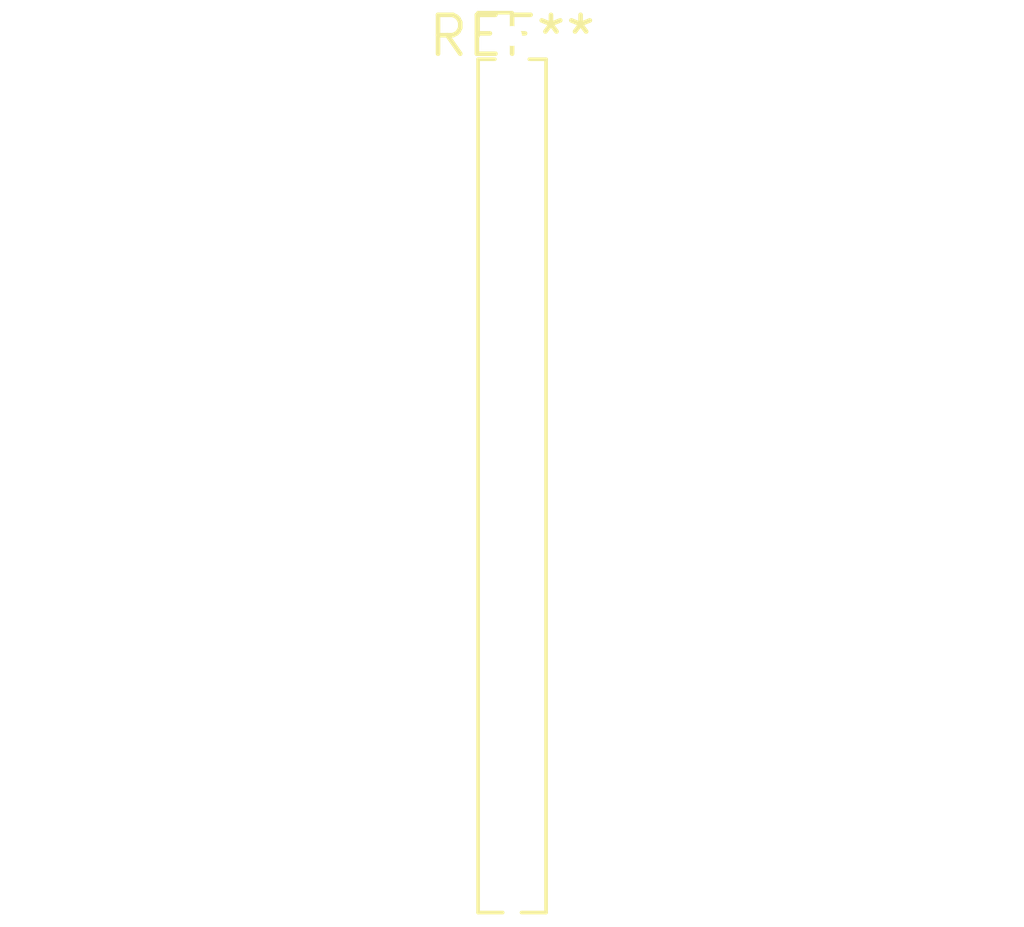
<source format=kicad_pcb>
(kicad_pcb (version 20240108) (generator pcbnew)
  (layers (0 "F.Cu" signal) (31 "B.Cu" signal) (34 "B.Paste" user) (35 "F.Paste" user) (36 "B.SilkS" user "B.Silkscreen") (37 "F.SilkS" user "F.Silkscreen") (38 "B.Mask" user) (39 "F.Mask" user) (44 "Edge.Cuts" user))
  (net 0 "")
  (footprint "PinHeader_1x23_P1.27mm_Vertical" (layer "F.Cu") (at 0 0)
    (property "Reference" "REF**")
    (property "Value" "PinHeader_1x23_P1.27mm_Vertical")
    (fp_line (start -1.11 -0.76) (end 0 -0.76) (layer "F.SilkS") (stroke (width 0.12)))
    (fp_line (start -1.11 0) (end -1.11 -0.76) (layer "F.SilkS") (stroke (width 0.12)))
    (fp_line (start -1.11 0.76) (end -1.11 28.635) (layer "F.SilkS") (stroke (width 0.12)))
    (fp_line (start -1.11 0.76) (end -0.563471 0.76) (layer "F.SilkS") (stroke (width 0.12)))
    (fp_line (start -1.11 28.635) (end -0.30753 28.635) (layer "F.SilkS") (stroke (width 0.12)))
    (fp_line (start 0.30753 28.635) (end 1.11 28.635) (layer "F.SilkS") (stroke (width 0.12)))
    (fp_line (start 0.563471 0.76) (end 1.11 0.76) (layer "F.SilkS") (stroke (width 0.12)))
    (fp_line (start 1.11 0.76) (end 1.11 28.635) (layer "F.SilkS") (stroke (width 0.12)))
    (pad "1" thru_hole rect (at 0 0) (size 1 1) (drill 0.65) (layers *.Cu *.Mask) (remove_unused_layers))
    (pad "2" thru_hole oval (at 0 1.27) (size 1 1) (drill 0.65) (layers *.Cu *.Mask) (remove_unused_layers))
    (pad "3" thru_hole oval (at 0 2.54) (size 1 1) (drill 0.65) (layers *.Cu *.Mask) (remove_unused_layers))
    (pad "4" thru_hole oval (at 0 3.81) (size 1 1) (drill 0.65) (layers *.Cu *.Mask) (remove_unused_layers))
    (pad "5" thru_hole oval (at 0 5.08) (size 1 1) (drill 0.65) (layers *.Cu *.Mask) (remove_unused_layers))
    (pad "6" thru_hole oval (at 0 6.35) (size 1 1) (drill 0.65) (layers *.Cu *.Mask) (remove_unused_layers))
    (pad "7" thru_hole oval (at 0 7.62) (size 1 1) (drill 0.65) (layers *.Cu *.Mask) (remove_unused_layers))
    (pad "8" thru_hole oval (at 0 8.89) (size 1 1) (drill 0.65) (layers *.Cu *.Mask) (remove_unused_layers))
    (pad "9" thru_hole oval (at 0 10.16) (size 1 1) (drill 0.65) (layers *.Cu *.Mask) (remove_unused_layers))
    (pad "10" thru_hole oval (at 0 11.43) (size 1 1) (drill 0.65) (layers *.Cu *.Mask) (remove_unused_layers))
    (pad "11" thru_hole oval (at 0 12.7) (size 1 1) (drill 0.65) (layers *.Cu *.Mask) (remove_unused_layers))
    (pad "12" thru_hole oval (at 0 13.97) (size 1 1) (drill 0.65) (layers *.Cu *.Mask) (remove_unused_layers))
    (pad "13" thru_hole oval (at 0 15.24) (size 1 1) (drill 0.65) (layers *.Cu *.Mask) (remove_unused_layers))
    (pad "14" thru_hole oval (at 0 16.51) (size 1 1) (drill 0.65) (layers *.Cu *.Mask) (remove_unused_layers))
    (pad "15" thru_hole oval (at 0 17.78) (size 1 1) (drill 0.65) (layers *.Cu *.Mask) (remove_unused_layers))
    (pad "16" thru_hole oval (at 0 19.05) (size 1 1) (drill 0.65) (layers *.Cu *.Mask) (remove_unused_layers))
    (pad "17" thru_hole oval (at 0 20.32) (size 1 1) (drill 0.65) (layers *.Cu *.Mask) (remove_unused_layers))
    (pad "18" thru_hole oval (at 0 21.59) (size 1 1) (drill 0.65) (layers *.Cu *.Mask) (remove_unused_layers))
    (pad "19" thru_hole oval (at 0 22.86) (size 1 1) (drill 0.65) (layers *.Cu *.Mask) (remove_unused_layers))
    (pad "20" thru_hole oval (at 0 24.13) (size 1 1) (drill 0.65) (layers *.Cu *.Mask) (remove_unused_layers))
    (pad "21" thru_hole oval (at 0 25.4) (size 1 1) (drill 0.65) (layers *.Cu *.Mask) (remove_unused_layers))
    (pad "22" thru_hole oval (at 0 26.67) (size 1 1) (drill 0.65) (layers *.Cu *.Mask) (remove_unused_layers))
    (pad "23" thru_hole oval (at 0 27.94) (size 1 1) (drill 0.65) (layers *.Cu *.Mask) (remove_unused_layers))
  )
)
</source>
